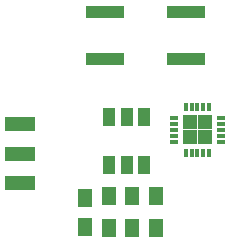
<source format=gts>
G04 #@! TF.FileFunction,Soldermask,Top*
%FSLAX46Y46*%
G04 Gerber Fmt 4.6, Leading zero omitted, Abs format (unit mm)*
G04 Created by KiCad (PCBNEW 4.0.4-stable) date 01/08/17 13:20:24*
%MOMM*%
%LPD*%
G01*
G04 APERTURE LIST*
%ADD10C,0.100000*%
%ADD11R,1.000000X1.500000*%
%ADD12R,3.200000X1.000000*%
%ADD13R,2.500000X1.200000*%
%ADD14R,0.300000X0.730000*%
%ADD15R,0.730000X0.300000*%
%ADD16R,1.250000X1.250000*%
%ADD17R,1.250000X1.500000*%
%ADD18R,1.300000X1.500000*%
G04 APERTURE END LIST*
D10*
D11*
X210320000Y-91150000D03*
X208820000Y-91150000D03*
X207320000Y-91150000D03*
X207320000Y-95250000D03*
X208820000Y-95250000D03*
X210320000Y-95250000D03*
D12*
X207020000Y-82250000D03*
X207020000Y-86250000D03*
X213820000Y-86250000D03*
X213820000Y-82250000D03*
D13*
X199820000Y-91750000D03*
X199820000Y-94290000D03*
X199820000Y-96750000D03*
D14*
X213820000Y-94215000D03*
X214320000Y-94215000D03*
X214820000Y-94215000D03*
X215320000Y-94215000D03*
X215820000Y-94215000D03*
D15*
X216785000Y-93250000D03*
X216785000Y-92750000D03*
X216785000Y-92250000D03*
X216785000Y-91750000D03*
X216785000Y-91250000D03*
D14*
X215820000Y-90285000D03*
X215320000Y-90285000D03*
X214820000Y-90285000D03*
X214320000Y-90285000D03*
X213820000Y-90285000D03*
D15*
X212855000Y-91250000D03*
X212855000Y-91750000D03*
X212855000Y-92250000D03*
X212855000Y-92750000D03*
X212855000Y-93250000D03*
D16*
X215445000Y-91625000D03*
X214195000Y-91625000D03*
X215445000Y-92875000D03*
X214195000Y-92875000D03*
D17*
X205320000Y-98000000D03*
X205320000Y-100500000D03*
D18*
X211320000Y-97900000D03*
X211320000Y-100600000D03*
X209320000Y-97900000D03*
X209320000Y-100600000D03*
X207320000Y-97900000D03*
X207320000Y-100600000D03*
M02*

</source>
